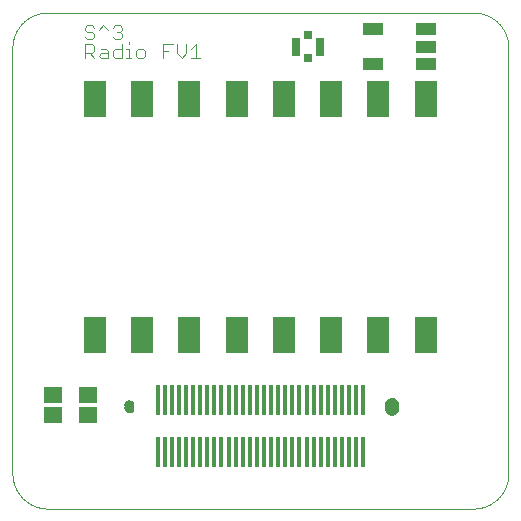
<source format=gts>
G75*
%MOIN*%
%OFA0B0*%
%FSLAX25Y25*%
%IPPOS*%
%LPD*%
%AMOC8*
5,1,8,0,0,1.08239X$1,22.5*
%
%ADD10C,0.00000*%
%ADD11C,0.00400*%
%ADD12C,0.04731*%
%ADD13C,0.03156*%
%ADD14R,0.01778X0.10046*%
%ADD15R,0.07487X0.12211*%
%ADD16R,0.06306X0.05518*%
%ADD17R,0.06502X0.04337*%
%ADD18R,0.02565X0.02959*%
%ADD19R,0.02959X0.06109*%
D10*
X0013311Y0018636D02*
X0155043Y0018636D01*
X0155328Y0018639D01*
X0155614Y0018650D01*
X0155899Y0018667D01*
X0156183Y0018691D01*
X0156467Y0018722D01*
X0156750Y0018760D01*
X0157031Y0018805D01*
X0157312Y0018856D01*
X0157592Y0018914D01*
X0157870Y0018979D01*
X0158146Y0019051D01*
X0158420Y0019129D01*
X0158693Y0019214D01*
X0158963Y0019306D01*
X0159231Y0019404D01*
X0159497Y0019508D01*
X0159760Y0019619D01*
X0160020Y0019736D01*
X0160278Y0019859D01*
X0160532Y0019989D01*
X0160783Y0020125D01*
X0161031Y0020266D01*
X0161275Y0020414D01*
X0161516Y0020567D01*
X0161752Y0020727D01*
X0161985Y0020892D01*
X0162214Y0021062D01*
X0162439Y0021238D01*
X0162659Y0021420D01*
X0162875Y0021606D01*
X0163086Y0021798D01*
X0163293Y0021995D01*
X0163495Y0022197D01*
X0163692Y0022404D01*
X0163884Y0022615D01*
X0164070Y0022831D01*
X0164252Y0023051D01*
X0164428Y0023276D01*
X0164598Y0023505D01*
X0164763Y0023738D01*
X0164923Y0023974D01*
X0165076Y0024215D01*
X0165224Y0024459D01*
X0165365Y0024707D01*
X0165501Y0024958D01*
X0165631Y0025212D01*
X0165754Y0025470D01*
X0165871Y0025730D01*
X0165982Y0025993D01*
X0166086Y0026259D01*
X0166184Y0026527D01*
X0166276Y0026797D01*
X0166361Y0027070D01*
X0166439Y0027344D01*
X0166511Y0027620D01*
X0166576Y0027898D01*
X0166634Y0028178D01*
X0166685Y0028459D01*
X0166730Y0028740D01*
X0166768Y0029023D01*
X0166799Y0029307D01*
X0166823Y0029591D01*
X0166840Y0029876D01*
X0166851Y0030162D01*
X0166854Y0030447D01*
X0166854Y0172179D01*
X0166851Y0172464D01*
X0166840Y0172750D01*
X0166823Y0173035D01*
X0166799Y0173319D01*
X0166768Y0173603D01*
X0166730Y0173886D01*
X0166685Y0174167D01*
X0166634Y0174448D01*
X0166576Y0174728D01*
X0166511Y0175006D01*
X0166439Y0175282D01*
X0166361Y0175556D01*
X0166276Y0175829D01*
X0166184Y0176099D01*
X0166086Y0176367D01*
X0165982Y0176633D01*
X0165871Y0176896D01*
X0165754Y0177156D01*
X0165631Y0177414D01*
X0165501Y0177668D01*
X0165365Y0177919D01*
X0165224Y0178167D01*
X0165076Y0178411D01*
X0164923Y0178652D01*
X0164763Y0178888D01*
X0164598Y0179121D01*
X0164428Y0179350D01*
X0164252Y0179575D01*
X0164070Y0179795D01*
X0163884Y0180011D01*
X0163692Y0180222D01*
X0163495Y0180429D01*
X0163293Y0180631D01*
X0163086Y0180828D01*
X0162875Y0181020D01*
X0162659Y0181206D01*
X0162439Y0181388D01*
X0162214Y0181564D01*
X0161985Y0181734D01*
X0161752Y0181899D01*
X0161516Y0182059D01*
X0161275Y0182212D01*
X0161031Y0182360D01*
X0160783Y0182501D01*
X0160532Y0182637D01*
X0160278Y0182767D01*
X0160020Y0182890D01*
X0159760Y0183007D01*
X0159497Y0183118D01*
X0159231Y0183222D01*
X0158963Y0183320D01*
X0158693Y0183412D01*
X0158420Y0183497D01*
X0158146Y0183575D01*
X0157870Y0183647D01*
X0157592Y0183712D01*
X0157312Y0183770D01*
X0157031Y0183821D01*
X0156750Y0183866D01*
X0156467Y0183904D01*
X0156183Y0183935D01*
X0155899Y0183959D01*
X0155614Y0183976D01*
X0155328Y0183987D01*
X0155043Y0183990D01*
X0013311Y0183990D01*
X0013026Y0183987D01*
X0012740Y0183976D01*
X0012455Y0183959D01*
X0012171Y0183935D01*
X0011887Y0183904D01*
X0011604Y0183866D01*
X0011323Y0183821D01*
X0011042Y0183770D01*
X0010762Y0183712D01*
X0010484Y0183647D01*
X0010208Y0183575D01*
X0009934Y0183497D01*
X0009661Y0183412D01*
X0009391Y0183320D01*
X0009123Y0183222D01*
X0008857Y0183118D01*
X0008594Y0183007D01*
X0008334Y0182890D01*
X0008076Y0182767D01*
X0007822Y0182637D01*
X0007571Y0182501D01*
X0007323Y0182360D01*
X0007079Y0182212D01*
X0006838Y0182059D01*
X0006602Y0181899D01*
X0006369Y0181734D01*
X0006140Y0181564D01*
X0005915Y0181388D01*
X0005695Y0181206D01*
X0005479Y0181020D01*
X0005268Y0180828D01*
X0005061Y0180631D01*
X0004859Y0180429D01*
X0004662Y0180222D01*
X0004470Y0180011D01*
X0004284Y0179795D01*
X0004102Y0179575D01*
X0003926Y0179350D01*
X0003756Y0179121D01*
X0003591Y0178888D01*
X0003431Y0178652D01*
X0003278Y0178411D01*
X0003130Y0178167D01*
X0002989Y0177919D01*
X0002853Y0177668D01*
X0002723Y0177414D01*
X0002600Y0177156D01*
X0002483Y0176896D01*
X0002372Y0176633D01*
X0002268Y0176367D01*
X0002170Y0176099D01*
X0002078Y0175829D01*
X0001993Y0175556D01*
X0001915Y0175282D01*
X0001843Y0175006D01*
X0001778Y0174728D01*
X0001720Y0174448D01*
X0001669Y0174167D01*
X0001624Y0173886D01*
X0001586Y0173603D01*
X0001555Y0173319D01*
X0001531Y0173035D01*
X0001514Y0172750D01*
X0001503Y0172464D01*
X0001500Y0172179D01*
X0001500Y0030447D01*
X0001503Y0030162D01*
X0001514Y0029876D01*
X0001531Y0029591D01*
X0001555Y0029307D01*
X0001586Y0029023D01*
X0001624Y0028740D01*
X0001669Y0028459D01*
X0001720Y0028178D01*
X0001778Y0027898D01*
X0001843Y0027620D01*
X0001915Y0027344D01*
X0001993Y0027070D01*
X0002078Y0026797D01*
X0002170Y0026527D01*
X0002268Y0026259D01*
X0002372Y0025993D01*
X0002483Y0025730D01*
X0002600Y0025470D01*
X0002723Y0025212D01*
X0002853Y0024958D01*
X0002989Y0024707D01*
X0003130Y0024459D01*
X0003278Y0024215D01*
X0003431Y0023974D01*
X0003591Y0023738D01*
X0003756Y0023505D01*
X0003926Y0023276D01*
X0004102Y0023051D01*
X0004284Y0022831D01*
X0004470Y0022615D01*
X0004662Y0022404D01*
X0004859Y0022197D01*
X0005061Y0021995D01*
X0005268Y0021798D01*
X0005479Y0021606D01*
X0005695Y0021420D01*
X0005915Y0021238D01*
X0006140Y0021062D01*
X0006369Y0020892D01*
X0006602Y0020727D01*
X0006838Y0020567D01*
X0007079Y0020414D01*
X0007323Y0020266D01*
X0007571Y0020125D01*
X0007822Y0019989D01*
X0008076Y0019859D01*
X0008334Y0019736D01*
X0008594Y0019619D01*
X0008857Y0019508D01*
X0009123Y0019404D01*
X0009391Y0019306D01*
X0009661Y0019214D01*
X0009934Y0019129D01*
X0010208Y0019051D01*
X0010484Y0018979D01*
X0010762Y0018914D01*
X0011042Y0018856D01*
X0011323Y0018805D01*
X0011604Y0018760D01*
X0011887Y0018722D01*
X0012171Y0018691D01*
X0012455Y0018667D01*
X0012740Y0018650D01*
X0013026Y0018639D01*
X0013311Y0018636D01*
X0039098Y0052100D02*
X0039100Y0052174D01*
X0039106Y0052248D01*
X0039116Y0052321D01*
X0039130Y0052394D01*
X0039147Y0052466D01*
X0039169Y0052536D01*
X0039194Y0052606D01*
X0039223Y0052674D01*
X0039256Y0052740D01*
X0039292Y0052805D01*
X0039332Y0052867D01*
X0039374Y0052928D01*
X0039420Y0052986D01*
X0039469Y0053041D01*
X0039521Y0053094D01*
X0039576Y0053144D01*
X0039633Y0053190D01*
X0039693Y0053234D01*
X0039755Y0053274D01*
X0039819Y0053311D01*
X0039885Y0053345D01*
X0039953Y0053375D01*
X0040022Y0053401D01*
X0040093Y0053424D01*
X0040164Y0053442D01*
X0040237Y0053457D01*
X0040310Y0053468D01*
X0040384Y0053475D01*
X0040458Y0053478D01*
X0040531Y0053477D01*
X0040605Y0053472D01*
X0040679Y0053463D01*
X0040752Y0053450D01*
X0040824Y0053433D01*
X0040895Y0053413D01*
X0040965Y0053388D01*
X0041033Y0053360D01*
X0041100Y0053329D01*
X0041165Y0053293D01*
X0041228Y0053255D01*
X0041289Y0053213D01*
X0041348Y0053167D01*
X0041404Y0053119D01*
X0041457Y0053068D01*
X0041507Y0053014D01*
X0041555Y0052957D01*
X0041599Y0052898D01*
X0041641Y0052836D01*
X0041679Y0052773D01*
X0041713Y0052707D01*
X0041744Y0052640D01*
X0041771Y0052571D01*
X0041794Y0052501D01*
X0041814Y0052430D01*
X0041830Y0052357D01*
X0041842Y0052284D01*
X0041850Y0052211D01*
X0041854Y0052137D01*
X0041854Y0052063D01*
X0041850Y0051989D01*
X0041842Y0051916D01*
X0041830Y0051843D01*
X0041814Y0051770D01*
X0041794Y0051699D01*
X0041771Y0051629D01*
X0041744Y0051560D01*
X0041713Y0051493D01*
X0041679Y0051427D01*
X0041641Y0051364D01*
X0041599Y0051302D01*
X0041555Y0051243D01*
X0041507Y0051186D01*
X0041457Y0051132D01*
X0041404Y0051081D01*
X0041348Y0051033D01*
X0041289Y0050987D01*
X0041228Y0050945D01*
X0041165Y0050907D01*
X0041100Y0050871D01*
X0041033Y0050840D01*
X0040965Y0050812D01*
X0040895Y0050787D01*
X0040824Y0050767D01*
X0040752Y0050750D01*
X0040679Y0050737D01*
X0040605Y0050728D01*
X0040531Y0050723D01*
X0040458Y0050722D01*
X0040384Y0050725D01*
X0040310Y0050732D01*
X0040237Y0050743D01*
X0040164Y0050758D01*
X0040093Y0050776D01*
X0040022Y0050799D01*
X0039953Y0050825D01*
X0039885Y0050855D01*
X0039819Y0050889D01*
X0039755Y0050926D01*
X0039693Y0050966D01*
X0039633Y0051010D01*
X0039576Y0051056D01*
X0039521Y0051106D01*
X0039469Y0051159D01*
X0039420Y0051214D01*
X0039374Y0051272D01*
X0039332Y0051333D01*
X0039292Y0051395D01*
X0039256Y0051460D01*
X0039223Y0051526D01*
X0039194Y0051594D01*
X0039169Y0051664D01*
X0039147Y0051734D01*
X0039130Y0051806D01*
X0039116Y0051879D01*
X0039106Y0051952D01*
X0039100Y0052026D01*
X0039098Y0052100D01*
X0039098Y0053281D02*
X0039100Y0053355D01*
X0039106Y0053429D01*
X0039116Y0053502D01*
X0039130Y0053575D01*
X0039147Y0053647D01*
X0039169Y0053717D01*
X0039194Y0053787D01*
X0039223Y0053855D01*
X0039256Y0053921D01*
X0039292Y0053986D01*
X0039332Y0054048D01*
X0039374Y0054109D01*
X0039420Y0054167D01*
X0039469Y0054222D01*
X0039521Y0054275D01*
X0039576Y0054325D01*
X0039633Y0054371D01*
X0039693Y0054415D01*
X0039755Y0054455D01*
X0039819Y0054492D01*
X0039885Y0054526D01*
X0039953Y0054556D01*
X0040022Y0054582D01*
X0040093Y0054605D01*
X0040164Y0054623D01*
X0040237Y0054638D01*
X0040310Y0054649D01*
X0040384Y0054656D01*
X0040458Y0054659D01*
X0040531Y0054658D01*
X0040605Y0054653D01*
X0040679Y0054644D01*
X0040752Y0054631D01*
X0040824Y0054614D01*
X0040895Y0054594D01*
X0040965Y0054569D01*
X0041033Y0054541D01*
X0041100Y0054510D01*
X0041165Y0054474D01*
X0041228Y0054436D01*
X0041289Y0054394D01*
X0041348Y0054348D01*
X0041404Y0054300D01*
X0041457Y0054249D01*
X0041507Y0054195D01*
X0041555Y0054138D01*
X0041599Y0054079D01*
X0041641Y0054017D01*
X0041679Y0053954D01*
X0041713Y0053888D01*
X0041744Y0053821D01*
X0041771Y0053752D01*
X0041794Y0053682D01*
X0041814Y0053611D01*
X0041830Y0053538D01*
X0041842Y0053465D01*
X0041850Y0053392D01*
X0041854Y0053318D01*
X0041854Y0053244D01*
X0041850Y0053170D01*
X0041842Y0053097D01*
X0041830Y0053024D01*
X0041814Y0052951D01*
X0041794Y0052880D01*
X0041771Y0052810D01*
X0041744Y0052741D01*
X0041713Y0052674D01*
X0041679Y0052608D01*
X0041641Y0052545D01*
X0041599Y0052483D01*
X0041555Y0052424D01*
X0041507Y0052367D01*
X0041457Y0052313D01*
X0041404Y0052262D01*
X0041348Y0052214D01*
X0041289Y0052168D01*
X0041228Y0052126D01*
X0041165Y0052088D01*
X0041100Y0052052D01*
X0041033Y0052021D01*
X0040965Y0051993D01*
X0040895Y0051968D01*
X0040824Y0051948D01*
X0040752Y0051931D01*
X0040679Y0051918D01*
X0040605Y0051909D01*
X0040531Y0051904D01*
X0040458Y0051903D01*
X0040384Y0051906D01*
X0040310Y0051913D01*
X0040237Y0051924D01*
X0040164Y0051939D01*
X0040093Y0051957D01*
X0040022Y0051980D01*
X0039953Y0052006D01*
X0039885Y0052036D01*
X0039819Y0052070D01*
X0039755Y0052107D01*
X0039693Y0052147D01*
X0039633Y0052191D01*
X0039576Y0052237D01*
X0039521Y0052287D01*
X0039469Y0052340D01*
X0039420Y0052395D01*
X0039374Y0052453D01*
X0039332Y0052514D01*
X0039292Y0052576D01*
X0039256Y0052641D01*
X0039223Y0052707D01*
X0039194Y0052775D01*
X0039169Y0052845D01*
X0039147Y0052915D01*
X0039130Y0052987D01*
X0039116Y0053060D01*
X0039106Y0053133D01*
X0039100Y0053207D01*
X0039098Y0053281D01*
X0125713Y0053281D02*
X0125715Y0053374D01*
X0125721Y0053466D01*
X0125731Y0053558D01*
X0125745Y0053649D01*
X0125762Y0053740D01*
X0125784Y0053830D01*
X0125809Y0053919D01*
X0125838Y0054007D01*
X0125871Y0054093D01*
X0125908Y0054178D01*
X0125948Y0054262D01*
X0125992Y0054343D01*
X0126039Y0054423D01*
X0126089Y0054501D01*
X0126143Y0054576D01*
X0126200Y0054649D01*
X0126260Y0054719D01*
X0126323Y0054787D01*
X0126389Y0054852D01*
X0126457Y0054914D01*
X0126528Y0054974D01*
X0126602Y0055030D01*
X0126678Y0055083D01*
X0126756Y0055132D01*
X0126836Y0055179D01*
X0126918Y0055221D01*
X0127002Y0055261D01*
X0127087Y0055296D01*
X0127174Y0055328D01*
X0127262Y0055357D01*
X0127351Y0055381D01*
X0127441Y0055402D01*
X0127532Y0055418D01*
X0127624Y0055431D01*
X0127716Y0055440D01*
X0127809Y0055445D01*
X0127901Y0055446D01*
X0127994Y0055443D01*
X0128086Y0055436D01*
X0128178Y0055425D01*
X0128269Y0055410D01*
X0128360Y0055392D01*
X0128450Y0055369D01*
X0128538Y0055343D01*
X0128626Y0055313D01*
X0128712Y0055279D01*
X0128796Y0055242D01*
X0128879Y0055200D01*
X0128960Y0055156D01*
X0129040Y0055108D01*
X0129117Y0055057D01*
X0129191Y0055002D01*
X0129264Y0054944D01*
X0129334Y0054884D01*
X0129401Y0054820D01*
X0129465Y0054754D01*
X0129527Y0054684D01*
X0129585Y0054613D01*
X0129640Y0054539D01*
X0129692Y0054462D01*
X0129741Y0054383D01*
X0129787Y0054303D01*
X0129829Y0054220D01*
X0129867Y0054136D01*
X0129902Y0054050D01*
X0129933Y0053963D01*
X0129960Y0053875D01*
X0129983Y0053785D01*
X0130003Y0053695D01*
X0130019Y0053604D01*
X0130031Y0053512D01*
X0130039Y0053420D01*
X0130043Y0053327D01*
X0130043Y0053235D01*
X0130039Y0053142D01*
X0130031Y0053050D01*
X0130019Y0052958D01*
X0130003Y0052867D01*
X0129983Y0052777D01*
X0129960Y0052687D01*
X0129933Y0052599D01*
X0129902Y0052512D01*
X0129867Y0052426D01*
X0129829Y0052342D01*
X0129787Y0052259D01*
X0129741Y0052179D01*
X0129692Y0052100D01*
X0129640Y0052023D01*
X0129585Y0051949D01*
X0129527Y0051878D01*
X0129465Y0051808D01*
X0129401Y0051742D01*
X0129334Y0051678D01*
X0129264Y0051618D01*
X0129191Y0051560D01*
X0129117Y0051505D01*
X0129040Y0051454D01*
X0128961Y0051406D01*
X0128879Y0051362D01*
X0128796Y0051320D01*
X0128712Y0051283D01*
X0128626Y0051249D01*
X0128538Y0051219D01*
X0128450Y0051193D01*
X0128360Y0051170D01*
X0128269Y0051152D01*
X0128178Y0051137D01*
X0128086Y0051126D01*
X0127994Y0051119D01*
X0127901Y0051116D01*
X0127809Y0051117D01*
X0127716Y0051122D01*
X0127624Y0051131D01*
X0127532Y0051144D01*
X0127441Y0051160D01*
X0127351Y0051181D01*
X0127262Y0051205D01*
X0127174Y0051234D01*
X0127087Y0051266D01*
X0127002Y0051301D01*
X0126918Y0051341D01*
X0126836Y0051383D01*
X0126756Y0051430D01*
X0126678Y0051479D01*
X0126602Y0051532D01*
X0126528Y0051588D01*
X0126457Y0051648D01*
X0126389Y0051710D01*
X0126323Y0051775D01*
X0126260Y0051843D01*
X0126200Y0051913D01*
X0126143Y0051986D01*
X0126089Y0052061D01*
X0126039Y0052139D01*
X0125992Y0052219D01*
X0125948Y0052300D01*
X0125908Y0052384D01*
X0125871Y0052469D01*
X0125838Y0052555D01*
X0125809Y0052643D01*
X0125784Y0052732D01*
X0125762Y0052822D01*
X0125745Y0052913D01*
X0125731Y0053004D01*
X0125721Y0053096D01*
X0125715Y0053188D01*
X0125713Y0053281D01*
X0125713Y0052100D02*
X0125715Y0052193D01*
X0125721Y0052285D01*
X0125731Y0052377D01*
X0125745Y0052468D01*
X0125762Y0052559D01*
X0125784Y0052649D01*
X0125809Y0052738D01*
X0125838Y0052826D01*
X0125871Y0052912D01*
X0125908Y0052997D01*
X0125948Y0053081D01*
X0125992Y0053162D01*
X0126039Y0053242D01*
X0126089Y0053320D01*
X0126143Y0053395D01*
X0126200Y0053468D01*
X0126260Y0053538D01*
X0126323Y0053606D01*
X0126389Y0053671D01*
X0126457Y0053733D01*
X0126528Y0053793D01*
X0126602Y0053849D01*
X0126678Y0053902D01*
X0126756Y0053951D01*
X0126836Y0053998D01*
X0126918Y0054040D01*
X0127002Y0054080D01*
X0127087Y0054115D01*
X0127174Y0054147D01*
X0127262Y0054176D01*
X0127351Y0054200D01*
X0127441Y0054221D01*
X0127532Y0054237D01*
X0127624Y0054250D01*
X0127716Y0054259D01*
X0127809Y0054264D01*
X0127901Y0054265D01*
X0127994Y0054262D01*
X0128086Y0054255D01*
X0128178Y0054244D01*
X0128269Y0054229D01*
X0128360Y0054211D01*
X0128450Y0054188D01*
X0128538Y0054162D01*
X0128626Y0054132D01*
X0128712Y0054098D01*
X0128796Y0054061D01*
X0128879Y0054019D01*
X0128960Y0053975D01*
X0129040Y0053927D01*
X0129117Y0053876D01*
X0129191Y0053821D01*
X0129264Y0053763D01*
X0129334Y0053703D01*
X0129401Y0053639D01*
X0129465Y0053573D01*
X0129527Y0053503D01*
X0129585Y0053432D01*
X0129640Y0053358D01*
X0129692Y0053281D01*
X0129741Y0053202D01*
X0129787Y0053122D01*
X0129829Y0053039D01*
X0129867Y0052955D01*
X0129902Y0052869D01*
X0129933Y0052782D01*
X0129960Y0052694D01*
X0129983Y0052604D01*
X0130003Y0052514D01*
X0130019Y0052423D01*
X0130031Y0052331D01*
X0130039Y0052239D01*
X0130043Y0052146D01*
X0130043Y0052054D01*
X0130039Y0051961D01*
X0130031Y0051869D01*
X0130019Y0051777D01*
X0130003Y0051686D01*
X0129983Y0051596D01*
X0129960Y0051506D01*
X0129933Y0051418D01*
X0129902Y0051331D01*
X0129867Y0051245D01*
X0129829Y0051161D01*
X0129787Y0051078D01*
X0129741Y0050998D01*
X0129692Y0050919D01*
X0129640Y0050842D01*
X0129585Y0050768D01*
X0129527Y0050697D01*
X0129465Y0050627D01*
X0129401Y0050561D01*
X0129334Y0050497D01*
X0129264Y0050437D01*
X0129191Y0050379D01*
X0129117Y0050324D01*
X0129040Y0050273D01*
X0128961Y0050225D01*
X0128879Y0050181D01*
X0128796Y0050139D01*
X0128712Y0050102D01*
X0128626Y0050068D01*
X0128538Y0050038D01*
X0128450Y0050012D01*
X0128360Y0049989D01*
X0128269Y0049971D01*
X0128178Y0049956D01*
X0128086Y0049945D01*
X0127994Y0049938D01*
X0127901Y0049935D01*
X0127809Y0049936D01*
X0127716Y0049941D01*
X0127624Y0049950D01*
X0127532Y0049963D01*
X0127441Y0049979D01*
X0127351Y0050000D01*
X0127262Y0050024D01*
X0127174Y0050053D01*
X0127087Y0050085D01*
X0127002Y0050120D01*
X0126918Y0050160D01*
X0126836Y0050202D01*
X0126756Y0050249D01*
X0126678Y0050298D01*
X0126602Y0050351D01*
X0126528Y0050407D01*
X0126457Y0050467D01*
X0126389Y0050529D01*
X0126323Y0050594D01*
X0126260Y0050662D01*
X0126200Y0050732D01*
X0126143Y0050805D01*
X0126089Y0050880D01*
X0126039Y0050958D01*
X0125992Y0051038D01*
X0125948Y0051119D01*
X0125908Y0051203D01*
X0125871Y0051288D01*
X0125838Y0051374D01*
X0125809Y0051462D01*
X0125784Y0051551D01*
X0125762Y0051641D01*
X0125745Y0051732D01*
X0125731Y0051823D01*
X0125721Y0051915D01*
X0125715Y0052007D01*
X0125713Y0052100D01*
D11*
X0064082Y0168836D02*
X0061012Y0168836D01*
X0062547Y0168836D02*
X0062547Y0173440D01*
X0061012Y0171905D01*
X0059478Y0170370D02*
X0059478Y0173440D01*
X0056409Y0173440D02*
X0056409Y0170370D01*
X0057943Y0168836D01*
X0059478Y0170370D01*
X0054874Y0173440D02*
X0051805Y0173440D01*
X0051805Y0168836D01*
X0051805Y0171138D02*
X0053339Y0171138D01*
X0045666Y0171138D02*
X0045666Y0169603D01*
X0044899Y0168836D01*
X0043364Y0168836D01*
X0042597Y0169603D01*
X0042597Y0171138D01*
X0043364Y0171905D01*
X0044899Y0171905D01*
X0045666Y0171138D01*
X0041062Y0168836D02*
X0039528Y0168836D01*
X0040295Y0168836D02*
X0040295Y0171905D01*
X0039528Y0171905D01*
X0037993Y0171905D02*
X0035691Y0171905D01*
X0034924Y0171138D01*
X0034924Y0169603D01*
X0035691Y0168836D01*
X0037993Y0168836D01*
X0037993Y0173440D01*
X0037226Y0175135D02*
X0035691Y0175135D01*
X0034924Y0175902D01*
X0036458Y0177437D02*
X0037226Y0177437D01*
X0037993Y0176670D01*
X0037993Y0175902D01*
X0037226Y0175135D01*
X0037226Y0177437D02*
X0037993Y0178204D01*
X0037993Y0178972D01*
X0037226Y0179739D01*
X0035691Y0179739D01*
X0034924Y0178972D01*
X0033389Y0178204D02*
X0031854Y0179739D01*
X0030320Y0178204D01*
X0028785Y0178972D02*
X0028018Y0179739D01*
X0026483Y0179739D01*
X0025716Y0178972D01*
X0025716Y0178204D01*
X0026483Y0177437D01*
X0028018Y0177437D01*
X0028785Y0176670D01*
X0028785Y0175902D01*
X0028018Y0175135D01*
X0026483Y0175135D01*
X0025716Y0175902D01*
X0025716Y0173440D02*
X0028018Y0173440D01*
X0028785Y0172672D01*
X0028785Y0171138D01*
X0028018Y0170370D01*
X0025716Y0170370D01*
X0025716Y0168836D02*
X0025716Y0173440D01*
X0027250Y0170370D02*
X0028785Y0168836D01*
X0030320Y0169603D02*
X0031087Y0170370D01*
X0033389Y0170370D01*
X0033389Y0171138D02*
X0033389Y0168836D01*
X0031087Y0168836D01*
X0030320Y0169603D01*
X0031087Y0171905D02*
X0032622Y0171905D01*
X0033389Y0171138D01*
X0040295Y0173440D02*
X0040295Y0174207D01*
D12*
X0127878Y0053281D03*
X0127878Y0052100D03*
D13*
X0040476Y0052100D03*
X0040476Y0053281D03*
D14*
X0049925Y0054955D03*
X0052287Y0054955D03*
X0054650Y0054955D03*
X0057012Y0054955D03*
X0059374Y0054955D03*
X0061736Y0054955D03*
X0064098Y0054955D03*
X0066461Y0054955D03*
X0068823Y0054955D03*
X0071185Y0054955D03*
X0073547Y0054955D03*
X0075909Y0054955D03*
X0078272Y0054955D03*
X0080634Y0054955D03*
X0082996Y0054955D03*
X0085358Y0054955D03*
X0087720Y0054955D03*
X0090083Y0054955D03*
X0092445Y0054955D03*
X0094807Y0054955D03*
X0097169Y0054955D03*
X0099531Y0054955D03*
X0101894Y0054955D03*
X0104256Y0054955D03*
X0106618Y0054955D03*
X0108980Y0054955D03*
X0111343Y0054955D03*
X0113705Y0054955D03*
X0116067Y0054955D03*
X0118429Y0054955D03*
X0118429Y0037435D03*
X0116067Y0037435D03*
X0113705Y0037435D03*
X0111343Y0037435D03*
X0108980Y0037435D03*
X0106618Y0037435D03*
X0104256Y0037435D03*
X0101894Y0037435D03*
X0099531Y0037435D03*
X0097169Y0037435D03*
X0094807Y0037435D03*
X0092445Y0037435D03*
X0090083Y0037435D03*
X0087720Y0037435D03*
X0085358Y0037435D03*
X0082996Y0037435D03*
X0080634Y0037435D03*
X0078272Y0037435D03*
X0075909Y0037435D03*
X0073547Y0037435D03*
X0071185Y0037435D03*
X0068823Y0037435D03*
X0066461Y0037435D03*
X0064098Y0037435D03*
X0061736Y0037435D03*
X0059374Y0037435D03*
X0057012Y0037435D03*
X0054650Y0037435D03*
X0052287Y0037435D03*
X0049925Y0037435D03*
D15*
X0044766Y0076510D03*
X0029018Y0076510D03*
X0060514Y0076510D03*
X0076262Y0076510D03*
X0092010Y0076510D03*
X0107758Y0076510D03*
X0123506Y0076510D03*
X0139254Y0076510D03*
X0139254Y0155250D03*
X0123506Y0155250D03*
X0107758Y0155250D03*
X0092010Y0155250D03*
X0076262Y0155250D03*
X0060514Y0155250D03*
X0044766Y0155250D03*
X0029018Y0155250D03*
D16*
X0026697Y0056628D03*
X0026697Y0049935D03*
X0014886Y0049935D03*
X0014886Y0056628D03*
D17*
X0121776Y0166667D03*
X0121776Y0178478D03*
X0139295Y0178478D03*
X0139295Y0172573D03*
X0139295Y0166667D03*
D18*
X0100024Y0168734D03*
X0100024Y0176411D03*
D19*
X0104059Y0172573D03*
X0095988Y0172573D03*
M02*

</source>
